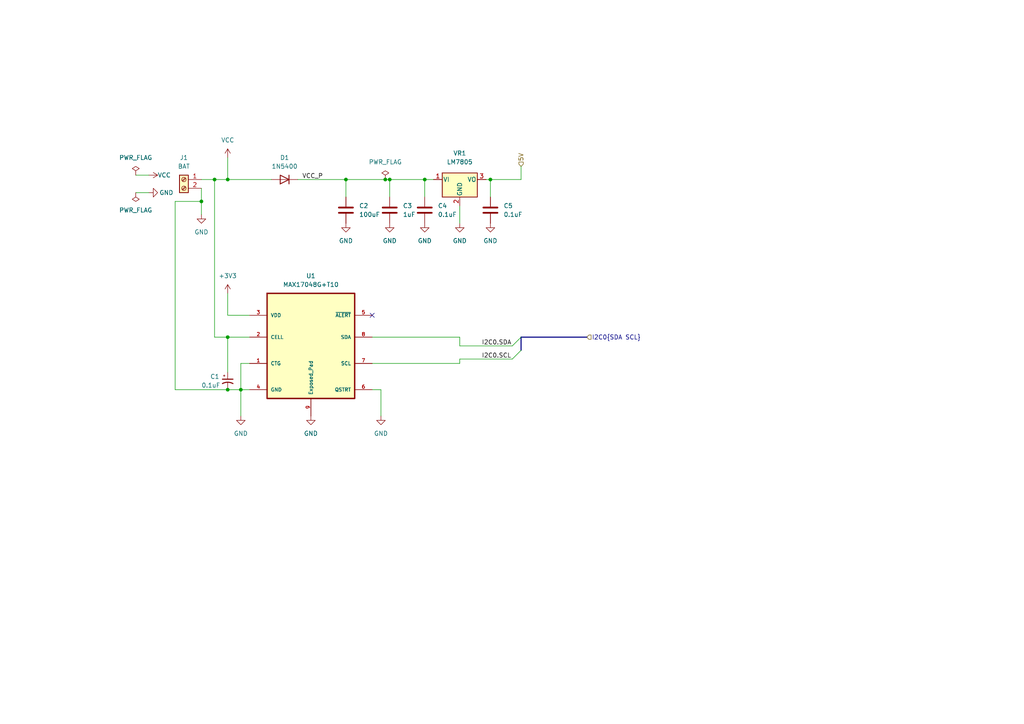
<source format=kicad_sch>
(kicad_sch (version 20211123) (generator eeschema)
  (paper "A4")
  (lib_symbols
    (symbol "Connector:Screw_Terminal_01x02" (pin_names (offset 1.016) hide)
      (property "Reference" "J" (at 0 2.54 0))
      (property "Value" "Screw_Terminal_01x02" (at 0 -5.08 0))
      (symbol "Screw_Terminal_01x02_1_1"
        (rectangle (start -1.27 1.27) (end 1.27 -3.81) (stroke (width 0.254)) (fill (type background)))
        (circle (center 0 -2.54) (radius 0.635) (stroke (width 0.1524)))
        (polyline (pts (xy -0.5334 -2.2098) (xy 0.3302 -3.048)) (stroke (width 0.1524)))
        (polyline (pts (xy -0.5334 0.3302) (xy 0.3302 -0.508)) (stroke (width 0.1524)))
        (polyline (pts (xy -0.3556 -2.032) (xy 0.508 -2.8702)) (stroke (width 0.1524)))
        (polyline (pts (xy -0.3556 0.508) (xy 0.508 -0.3302)) (stroke (width 0.1524)))
        (circle (center 0 0) (radius 0.635) (stroke (width 0.1524)))
        (pin passive line (at -5.08 0 0) (length 3.81) (name "Pin_1") (number "1"))
        (pin passive line (at -5.08 -2.54 0) (length 3.81) (name "Pin_2") (number "2"))
      )
    )
    (symbol "Device:C" (pin_numbers hide) (pin_names (offset 0.254))
      (property "Reference" "C" (at 0.635 2.54 0))
      (property "Value" "C" (at 0.635 -2.54 0))
      (symbol "C_0_1"
        (polyline (pts (xy -2.032 -0.762) (xy 2.032 -0.762)) (stroke (width 0.508)))
        (polyline (pts (xy -2.032 0.762) (xy 2.032 0.762)) (stroke (width 0.508)))
      )
      (symbol "C_1_1"
        (pin passive line (at 0 3.81 270) (length 2.794) (name "~") (number "1"))
        (pin passive line (at 0 -3.81 90) (length 2.794) (name "~") (number "2"))
      )
    )
    (symbol "Device:C_Polarized_Small_US" (pin_numbers hide) (pin_names (offset 0.254) hide)
      (property "Reference" "C" (at 0.254 1.778 0))
      (property "Value" "C_Polarized_Small_US" (at 0.254 -2.032 0))
      (symbol "C_Polarized_Small_US_0_1"
        (polyline (pts (xy -1.524 0.508) (xy 1.524 0.508)) (stroke (width 0.3048)))
        (polyline (pts (xy -1.27 1.524) (xy -0.762 1.524)))
        (polyline (pts (xy -1.016 1.27) (xy -1.016 1.778)))
        (arc (start 1.524 -0.762) (mid 0 -0.3734) (end -1.524 -0.762) (stroke (width 0.3048)))
      )
      (symbol "C_Polarized_Small_US_1_1"
        (pin passive line (at 0 2.54 270) (length 2.032) (name "~") (number "1"))
        (pin passive line (at 0 -2.54 90) (length 2.032) (name "~") (number "2"))
      )
    )
    (symbol "Diode:1N5400" (pin_numbers hide) (pin_names hide)
      (property "Reference" "D" (at 0 2.54 0))
      (property "Value" "1N5400" (at 0 -2.54 0))
      (symbol "1N5400_0_1"
        (polyline (pts (xy -1.27 1.27) (xy -1.27 -1.27)) (stroke (width 0.254)))
        (polyline (pts (xy 1.27 0) (xy -1.27 0)))
        (polyline (pts (xy 1.27 1.27) (xy 1.27 -1.27) (xy -1.27 0) (xy 1.27 1.27)) (stroke (width 0.254)))
      )
      (symbol "1N5400_1_1"
        (pin passive line (at -3.81 0 0) (length 2.54) (name "K") (number "1"))
        (pin passive line (at 3.81 0 180) (length 2.54) (name "A") (number "2"))
      )
    )
    (symbol "MAX17048G_T10:MAX17048G+T10" (pin_names (offset 1.016))
      (property "Reference" "U?" (at 0 20.32 0))
      (property "Value" "MAX17048G+T10" (at 0 17.78 0))
      (symbol "MAX17048G+T10_0_0"
        (rectangle (start -12.7 -15.24) (end 12.7 15.24) (stroke (width 0.41)) (fill (type background)))
        (pin power_in line (at -17.78 -5.08 0) (length 5.08) (name "CTG") (number "1"))
        (pin power_in line (at -17.78 2.54 0) (length 5.08) (name "CELL") (number "2"))
        (pin power_in line (at -17.78 8.89 0) (length 5.08) (name "VDD") (number "3"))
        (pin power_in line (at -17.78 -12.7 0) (length 5.08) (name "GND") (number "4"))
        (pin output line (at 17.78 8.89 180) (length 5.08) (name "~{ALERT}") (number "5"))
        (pin input line (at 17.78 -12.7 180) (length 5.08) (name "QSTRT") (number "6"))
        (pin input line (at 17.78 -5.08 180) (length 5.08) (name "SCL") (number "7"))
        (pin bidirectional line (at 17.78 2.54 180) (length 5.08) (name "SDA") (number "8"))
        (pin power_in line (at 0 -20.32 90) (length 5.08) (name "Exposed_Pad") (number "9"))
      )
    )
    (symbol "Regulator_Linear:LM7805_TO220" (pin_names (offset 0.254))
      (property "Reference" "U" (at -3.81 3.175 0))
      (property "Value" "LM7805_TO220" (at 0 3.175 0))
      (symbol "LM7805_TO220_0_1"
        (rectangle (start -5.08 1.905) (end 5.08 -5.08) (stroke (width 0.254)) (fill (type background)))
      )
      (symbol "LM7805_TO220_1_1"
        (pin power_in line (at -7.62 0 0) (length 2.54) (name "VI") (number "1"))
        (pin power_in line (at 0 -7.62 90) (length 2.54) (name "GND") (number "2"))
        (pin power_out line (at 7.62 0 180) (length 2.54) (name "VO") (number "3"))
      )
    )
    (symbol "power:+3V3" (power) (pin_names (offset 0))
      (property "Value" "+3V3" (at 0 3.556 0))
      (symbol "+3V3_0_1"
        (polyline (pts (xy -0.762 1.27) (xy 0 2.54)))
        (polyline (pts (xy 0 0) (xy 0 2.54)))
        (polyline (pts (xy 0 2.54) (xy 0.762 1.27)))
      )
      (symbol "+3V3_1_1"
        (pin power_in line (at 0 0 90) (length 0) hide (name "+3V3") (number "1"))
      )
    )
    (symbol "power:GND" (power) (pin_names (offset 0))
      (property "Value" "GND" (at 0 -3.81 0))
      (symbol "GND_0_1"
        (polyline (pts (xy 0 0) (xy 0 -1.27) (xy 1.27 -1.27) (xy 0 -2.54) (xy -1.27 -1.27) (xy 0 -1.27)))
      )
      (symbol "GND_1_1"
        (pin power_in line (at 0 0 270) (length 0) hide (name "GND") (number "1"))
      )
    )
    (symbol "power:PWR_FLAG" (power) (pin_numbers hide) (pin_names (offset 0) hide)
      (property "Value" "PWR_FLAG" (at 0 3.81 0))
      (symbol "PWR_FLAG_0_0"
        (pin power_out line (at 0 0 90) (length 0) (name "pwr") (number "1"))
      )
      (symbol "PWR_FLAG_0_1"
        (polyline (pts (xy 0 0) (xy 0 1.27) (xy -1.016 1.905) (xy 0 2.54) (xy 1.016 1.905) (xy 0 1.27)))
      )
    )
    (symbol "power:VCC" (power) (pin_names (offset 0))
      (property "Value" "VCC" (at 0 3.81 0))
      (symbol "VCC_0_1"
        (polyline (pts (xy -0.762 1.27) (xy 0 2.54)))
        (polyline (pts (xy 0 0) (xy 0 2.54)))
        (polyline (pts (xy 0 2.54) (xy 0.762 1.27)))
      )
      (symbol "VCC_1_1"
        (pin power_in line (at 0 0 90) (length 0) hide (name "VCC") (number "1"))
      )
    )
  )
  (junction (at 113.03 52.07))
  (junction (at 66.04 52.07))
  (junction (at 58.42 58.42))
  (junction (at 62.23 52.07))
  (junction (at 66.04 97.79))
  (junction (at 123.19 52.07))
  (junction (at 100.33 52.07))
  (junction (at 111.76 52.07))
  (junction (at 66.04 113.03))
  (junction (at 69.85 113.03))
  (junction (at 142.24 52.07))
  (no_connect (at 107.95 91.44))
  (bus_entry (at 151.13 101.6) (size -2.54 2.54))
  (bus_entry (at 151.13 97.79) (size -2.54 2.54))
  (wire (pts (xy 50.8 113.03) (xy 66.04 113.03)))
  (wire (pts (xy 133.35 100.33) (xy 133.35 97.79)))
  (wire (pts (xy 58.42 58.42) (xy 58.42 62.23)))
  (wire (pts (xy 123.19 52.07) (xy 125.73 52.07)))
  (wire (pts (xy 107.95 113.03) (xy 110.49 113.03)))
  (wire (pts (xy 58.42 54.61) (xy 58.42 58.42)))
  (wire (pts (xy 113.03 52.07) (xy 123.19 52.07)))
  (wire (pts (xy 140.97 52.07) (xy 142.24 52.07)))
  (wire (pts (xy 72.39 97.79) (xy 66.04 97.79)))
  (wire (pts (xy 62.23 97.79) (xy 66.04 97.79)))
  (wire (pts (xy 111.76 52.07) (xy 100.33 52.07)))
  (wire (pts (xy 111.76 52.07) (xy 113.03 52.07)))
  (wire (pts (xy 69.85 105.41) (xy 69.85 113.03)))
  (wire (pts (xy 142.24 52.07) (xy 151.13 52.07)))
  (wire (pts (xy 39.37 50.8) (xy 43.18 50.8)))
  (wire (pts (xy 113.03 52.07) (xy 113.03 57.15)))
  (wire (pts (xy 86.36 52.07) (xy 100.33 52.07)))
  (wire (pts (xy 39.37 55.88) (xy 43.18 55.88)))
  (wire (pts (xy 133.35 104.14) (xy 148.59 104.14)))
  (wire (pts (xy 151.13 48.26) (xy 151.13 52.07)))
  (wire (pts (xy 72.39 105.41) (xy 69.85 105.41)))
  (wire (pts (xy 62.23 52.07) (xy 62.23 97.79)))
  (wire (pts (xy 107.95 105.41) (xy 133.35 105.41)))
  (wire (pts (xy 123.19 52.07) (xy 123.19 57.15)))
  (wire (pts (xy 107.95 97.79) (xy 133.35 97.79)))
  (wire (pts (xy 66.04 113.03) (xy 69.85 113.03)))
  (wire (pts (xy 50.8 58.42) (xy 50.8 113.03)))
  (wire (pts (xy 110.49 113.03) (xy 110.49 120.65)))
  (wire (pts (xy 66.04 91.44) (xy 72.39 91.44)))
  (wire (pts (xy 66.04 85.09) (xy 66.04 91.44)))
  (wire (pts (xy 133.35 59.69) (xy 133.35 64.77)))
  (wire (pts (xy 69.85 113.03) (xy 72.39 113.03)))
  (wire (pts (xy 142.24 52.07) (xy 142.24 57.15)))
  (wire (pts (xy 69.85 113.03) (xy 69.85 120.65)))
  (wire (pts (xy 133.35 105.41) (xy 133.35 104.14)))
  (wire (pts (xy 133.35 100.33) (xy 148.59 100.33)))
  (wire (pts (xy 66.04 52.07) (xy 78.74 52.07)))
  (wire (pts (xy 66.04 45.72) (xy 66.04 52.07)))
  (wire (pts (xy 66.04 97.79) (xy 66.04 107.95)))
  (bus (pts (xy 170.18 97.79) (xy 151.13 97.79)))
  (bus (pts (xy 151.13 97.79) (xy 151.13 101.6)))
  (wire (pts (xy 62.23 52.07) (xy 66.04 52.07)))
  (wire (pts (xy 100.33 52.07) (xy 100.33 57.15)))
  (wire (pts (xy 58.42 52.07) (xy 62.23 52.07)))
  (wire (pts (xy 58.42 58.42) (xy 50.8 58.42)))
  (label "I2C0.SCL" (at 139.7 104.14 0))
  (label "VCC_P" (at 87.63 52.07 0))
  (label "I2C0.SDA" (at 139.7 100.33 0))
  (hierarchical_label "5V" (shape input) (at 151.13 48.26 90))
  (hierarchical_label "I2C0{SDA SCL}" (shape input) (at 170.18 97.79 0))
  (symbol (lib_id "power:GND") (at 133.35 64.77 0) (unit 1)
    (property "Reference" "#PWR0139" (effects hide))
    (property "Value" "GND" (at 133.35 69.85 0))
  )
  (symbol (lib_id "power:GND") (at 90.17 120.65 0) (unit 1)
    (property "Reference" "#PWR0143" (effects hide))
    (property "Value" "GND" (at 90.17 125.73 0))
  )
  (symbol (lib_id "power:PWR_FLAG") (at 39.37 50.8 0) (mirror y) (unit 1)
    (property "Reference" "#FLG0101" (effects hide))
    (property "Value" "PWR_FLAG" (at 39.37 45.72 0))
  )
  (symbol (lib_id "MAX17048G_T10:MAX17048G+T10") (at 90.17 100.33 0) (unit 1)
    (property "Reference" "U1" (at 90.17 80.01 0))
    (property "Value" "MAX17048G+T10" (at 90.17 82.55 0))
    (property "Footprint" "MAX17048G_T10:SON50P200X200X80-9N" (effects hide))
    (property "Digikey" "https://www.digikey.com/short/cjn8tb9h" (effects hide))
    (property "Unit Price" "3.34" (effects hide))
  )
  (symbol (lib_id "Regulator_Linear:LM7805_TO220") (at 133.35 52.07 0) (unit 1)
    (property "Reference" "VR1" (at 133.35 44.45 0))
    (property "Value" "LM7805" (at 133.35 46.99 0))
    (property "Footprint" "Package_TO_SOT_SMD:TO-263-3_TabPin2" (effects hide))
    (property "Datasheet" "https://www.onsemi.cn/PowerSolutions/document/MC7800-D.PDF" (effects hide))
    (property "Digikey" "https://www.digikey.com/short/v9qc8bdj" (effects hide))
    (property "Unit Price" "1.97" (effects hide))
  )
  (symbol (lib_id "Device:C") (at 100.33 60.96 0) (unit 1)
    (property "Reference" "C2" (at 104.14 59.6899 0) (effects (justify left)))
    (property "Value" "100uF" (at 104.14 62.2299 0) (effects (justify left)))
    (property "Footprint" "Capacitor_THT:CP_Radial_D6.3mm_P2.50mm" (effects hide))
    (property "Digikey" "https://www.digikey.com/en/products/detail/cornell-dubilier-illinois-capacitor/107CKE035M/5343970" (effects hide))
    (property "Unit Price" "0.39" (effects hide))
  )
  (symbol (lib_id "power:+3V3") (at 66.04 85.09 0) (unit 1)
    (property "Reference" "#PWR0140" (effects hide))
    (property "Value" "+3V3" (at 66.04 80.01 0))
  )
  (symbol (lib_id "power:GND") (at 113.03 64.77 0) (unit 1)
    (property "Reference" "#PWR0146" (effects hide))
    (property "Value" "GND" (at 113.03 69.85 0))
  )
  (symbol (lib_id "power:GND") (at 58.42 62.23 0) (unit 1)
    (property "Reference" "#PWR0141" (effects hide))
    (property "Value" "GND" (at 58.42 67.31 0))
  )
  (symbol (lib_id "power:GND") (at 69.85 120.65 0) (unit 1)
    (property "Reference" "#PWR0144" (effects hide))
    (property "Value" "GND" (at 69.85 125.73 0))
  )
  (symbol (lib_id "power:GND") (at 123.19 64.77 0) (unit 1)
    (property "Reference" "#PWR0137" (effects hide))
    (property "Value" "GND" (at 123.19 69.85 0))
  )
  (symbol (lib_id "power:VCC") (at 66.04 45.72 0) (unit 1)
    (property "Reference" "#PWR0151" (effects hide))
    (property "Value" "VCC" (at 66.04 40.64 0))
  )
  (symbol (lib_id "power:GND") (at 110.49 120.65 0) (unit 1)
    (property "Reference" "#PWR0145" (effects hide))
    (property "Value" "GND" (at 110.49 125.73 0))
  )
  (symbol (lib_id "Diode:1N5400") (at 82.55 52.07 180) (unit 1)
    (property "Reference" "D1" (at 82.55 45.72 0))
    (property "Value" "1N5400" (at 82.55 48.26 0))
    (property "Footprint" "Diode_THT:D_DO-15_P12.70mm_Horizontal" (effects hide))
    (property "Datasheet" "http://www.vishay.com/docs/88516/1n5400.pdf" (effects hide))
    (property "Digikey" "https://www.digikey.com/short/p7bpz43m" (effects hide))
    (property "Unit Price" "0.38" (effects hide))
  )
  (symbol (lib_id "power:GND") (at 142.24 64.77 0) (unit 1)
    (property "Reference" "#PWR0138" (effects hide))
    (property "Value" "GND" (at 142.24 69.85 0))
  )
  (symbol (lib_id "Device:C_Polarized_Small_US") (at 66.04 110.49 0) (unit 1)
    (property "Reference" "C1" (at 60.96 109.22 0) (effects (justify left)))
    (property "Value" "0.1uF" (at 58.42 111.76 0) (effects (justify left)))
    (property "Footprint" "Capacitor_SMD:C_0603_1608Metric_Pad1.08x0.95mm_HandSolder" (effects hide))
    (property "Digikey" "https://www.digikey.com/short/3wn2fdb2" (effects hide))
    (property "Unit Price" "0.10" (effects hide))
  )
  (symbol (lib_id "Device:C") (at 113.03 60.96 0) (unit 1)
    (property "Reference" "C3" (at 116.84 59.6899 0) (effects (justify left)))
    (property "Value" "1uF" (at 116.84 62.2299 0) (effects (justify left)))
    (property "Footprint" "Capacitor_SMD:C_0603_1608Metric_Pad1.08x0.95mm_HandSolder" (effects hide))
    (property "Digikey" "https://www.digikey.com/short/mb0p55bt" (effects hide))
    (property "Unit Price" "0.10" (effects hide))
  )
  (symbol (lib_id "Connector:Screw_Terminal_01x02") (at 53.34 52.07 0) (mirror y) (unit 1)
    (property "Reference" "J1" (at 53.34 45.72 0))
    (property "Value" "BAT" (at 53.34 48.26 0))
    (property "Footprint" "Connector_PinHeader_2.54mm:PinHeader_1x02_P2.54mm_Vertical" (effects hide))
    (property "Digikey" "https://www.digikey.com/short/tr2hdfmv" (effects hide))
    (property "Unit Price" "0.54" (effects hide))
  )
  (symbol (lib_id "power:PWR_FLAG") (at 111.76 52.07 0) (mirror y) (unit 1)
    (property "Reference" "#FLG0103" (effects hide))
    (property "Value" "PWR_FLAG" (at 111.76 46.99 0))
  )
  (symbol (lib_id "Device:C") (at 123.19 60.96 0) (unit 1)
    (property "Reference" "C4" (at 127 59.6899 0) (effects (justify left)))
    (property "Value" "0.1uF" (at 127 62.2299 0) (effects (justify left)))
    (property "Footprint" "Capacitor_SMD:C_0603_1608Metric_Pad1.08x0.95mm_HandSolder" (effects hide))
    (property "Digikey" "https://www.digikey.com/short/3wn2fdb2" (effects hide))
    (property "Unit Price" "0.10" (effects hide))
  )
  (symbol (lib_id "Device:C") (at 142.24 60.96 0) (unit 1)
    (property "Reference" "C5" (at 146.05 59.6899 0) (effects (justify left)))
    (property "Value" "0.1uF" (at 146.05 62.2299 0) (effects (justify left)))
    (property "Footprint" "Capacitor_SMD:C_0603_1608Metric_Pad1.08x0.95mm_HandSolder" (effects hide))
    (property "Digikey" "https://www.digikey.com/short/3wn2fdb2" (effects hide))
    (property "Unit Price" "0.10" (effects hide))
  )
  (symbol (lib_id "power:PWR_FLAG") (at 39.37 55.88 180) (unit 1)
    (property "Reference" "#FLG0102" (effects hide))
    (property "Value" "PWR_FLAG" (at 39.37 60.96 0))
  )
  (symbol (lib_id "power:VCC") (at 43.18 50.8 270) (unit 1)
    (property "Reference" "#PWR0153" (effects hide))
    (property "Value" "VCC" (at 45.72 50.8 90) (effects (justify left)))
  )
  (symbol (lib_id "power:GND") (at 43.18 55.88 90) (unit 1)
    (property "Reference" "#PWR0152" (effects hide))
    (property "Value" "GND" (at 48.26 55.88 90))
  )
  (symbol (lib_id "power:GND") (at 100.33 64.77 0) (unit 1)
    (property "Reference" "#PWR0142" (effects hide))
    (property "Value" "GND" (at 100.33 69.85 0))
  )
)
</source>
